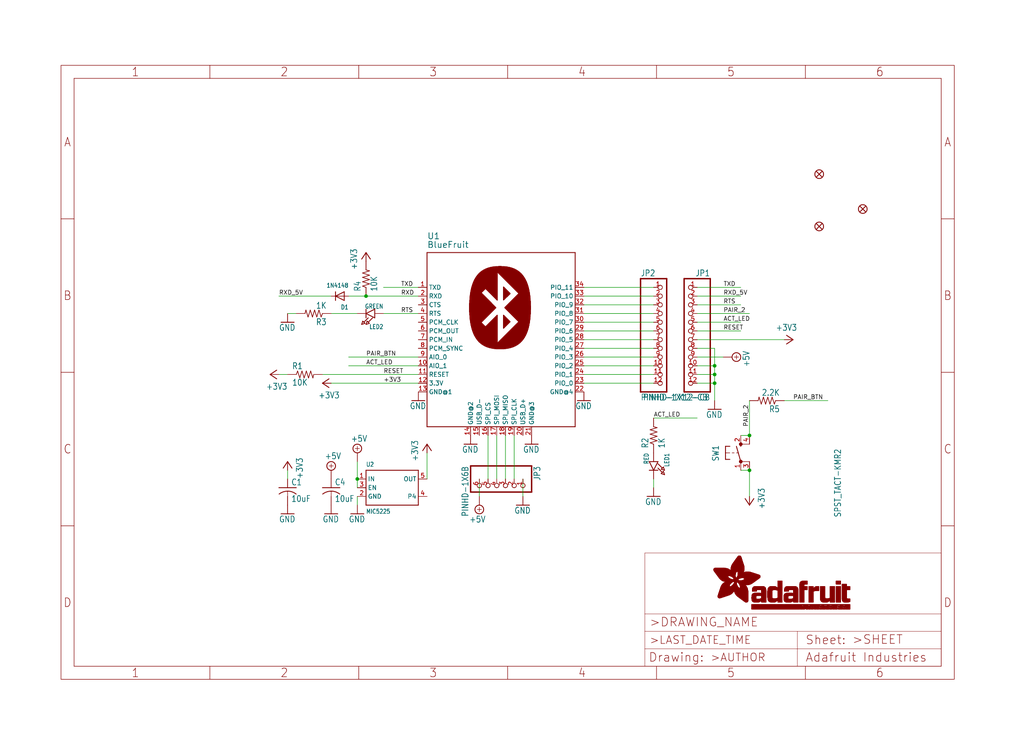
<source format=kicad_sch>
(kicad_sch (version 20211123) (generator eeschema)
  (paper "User" 298.45 217.881)
  (lib_symbols
    (symbol "eagleSchem-eagle-import:+3V3" (power)
      (property "Value" "+3V3" (at -2.54 -5.08 90))
      (symbol "+3V3_1_0"
        (pin power_in line (at 0 -2.54 90) (length 2.54) (name "+3V3") (number "1"))
      )
    )
    (symbol "eagleSchem-eagle-import:+5V" (power)
      (property "Value" "+5V" (at -1.905 3.175 0))
      (symbol "+5V_1_0"
        (pin power_in line (at 0 -2.54 90) (length 2.54) (name "+5V") (number "1"))
      )
    )
    (symbol "eagleSchem-eagle-import:BLUETOOTH_MODULE"
      (property "Reference" "U" (at -20.32 29.21 0))
      (property "Value" "BLUETOOTH_MODULE" (at -20.32 26.67 0))
      (symbol "BLUETOOTH_MODULE_1_0"
        (pin bidirectional line (at -22.86 15.24 0) (length 2.54) (name "TXD") (number "1"))
        (pin bidirectional line (at -22.86 -7.62 0) (length 2.54) (name "AIO_1") (number "10"))
        (pin bidirectional line (at -22.86 -10.16 0) (length 2.54) (name "RESET") (number "11"))
        (pin power_in line (at -22.86 -12.7 0) (length 2.54) (name "3.3V") (number "12"))
        (pin power_in line (at -22.86 -15.24 0) (length 2.54) (name "GND@1") (number "13"))
        (pin power_in line (at -7.62 -27.94 90) (length 2.54) (name "GND@2") (number "14"))
        (pin bidirectional line (at -5.08 -27.94 90) (length 2.54) (name "USB_D-") (number "15"))
        (pin bidirectional line (at -2.54 -27.94 90) (length 2.54) (name "SPI_CS") (number "16"))
        (pin bidirectional line (at 0 -27.94 90) (length 2.54) (name "SPI_MOSI") (number "17"))
        (pin bidirectional line (at 2.54 -27.94 90) (length 2.54) (name "SPI_MISO") (number "18"))
        (pin bidirectional line (at 5.08 -27.94 90) (length 2.54) (name "SPI_CLK") (number "19"))
        (pin bidirectional line (at -22.86 12.7 0) (length 2.54) (name "RXD") (number "2"))
        (pin bidirectional line (at 7.62 -27.94 90) (length 2.54) (name "USB_D+") (number "20"))
        (pin power_in line (at 10.16 -27.94 90) (length 2.54) (name "GND@3") (number "21"))
        (pin power_in line (at 25.4 -15.24 180) (length 2.54) (name "GND@4") (number "22"))
        (pin bidirectional line (at 25.4 -12.7 180) (length 2.54) (name "PIO_0") (number "23"))
        (pin bidirectional line (at 25.4 -10.16 180) (length 2.54) (name "PIO_1") (number "24"))
        (pin bidirectional line (at 25.4 -7.62 180) (length 2.54) (name "PIO_2") (number "25"))
        (pin bidirectional line (at 25.4 -5.08 180) (length 2.54) (name "PIO_3") (number "26"))
        (pin bidirectional line (at 25.4 -2.54 180) (length 2.54) (name "PIO_4") (number "27"))
        (pin bidirectional line (at 25.4 0 180) (length 2.54) (name "PIO_5") (number "28"))
        (pin bidirectional line (at 25.4 2.54 180) (length 2.54) (name "PIO_6") (number "29"))
        (pin bidirectional line (at -22.86 10.16 0) (length 2.54) (name "CTS") (number "3"))
        (pin bidirectional line (at 25.4 5.08 180) (length 2.54) (name "PIO_7") (number "30"))
        (pin bidirectional line (at 25.4 7.62 180) (length 2.54) (name "PIO_8") (number "31"))
        (pin bidirectional line (at 25.4 10.16 180) (length 2.54) (name "PIO_9") (number "32"))
        (pin bidirectional line (at 25.4 12.7 180) (length 2.54) (name "PIO_10") (number "33"))
        (pin bidirectional line (at 25.4 15.24 180) (length 2.54) (name "PIO_11") (number "34"))
        (pin bidirectional line (at -22.86 7.62 0) (length 2.54) (name "RTS") (number "4"))
        (pin bidirectional line (at -22.86 5.08 0) (length 2.54) (name "PCM_CLK") (number "5"))
        (pin bidirectional line (at -22.86 2.54 0) (length 2.54) (name "PCM_OUT") (number "6"))
        (pin bidirectional line (at -22.86 0 0) (length 2.54) (name "PCM_IN") (number "7"))
        (pin bidirectional line (at -22.86 -2.54 0) (length 2.54) (name "PCM_SYNC") (number "8"))
        (pin bidirectional line (at -22.86 -5.08 0) (length 2.54) (name "AIO_0") (number "9"))
      )
    )
    (symbol "eagleSchem-eagle-import:C-USC0805"
      (property "Reference" "C" (at 1.016 0.635 0))
      (property "Value" "C-USC0805" (at 1.016 -4.191 0))
      (symbol "C-USC0805_1_0"
        (pin passive line (at 0 2.54 270) (length 2.54) (name "1") (number "1"))
        (pin passive line (at 0 -5.08 90) (length 2.54) (name "2") (number "2"))
      )
    )
    (symbol "eagleSchem-eagle-import:DIODESOD-323"
      (property "Reference" "D" (at -2.54 2.54 0))
      (property "Value" "DIODESOD-323" (at -2.54 -3.81 0))
      (symbol "DIODESOD-323_1_0"
        (pin passive line (at -2.54 0 0) (length 2.54) (name "A") (number "A"))
        (pin passive line (at 2.54 0 180) (length 2.54) (name "C") (number "C"))
      )
    )
    (symbol "eagleSchem-eagle-import:FIDUCIAL{dblquote}{dblquote}")
    (symbol "eagleSchem-eagle-import:FRAME_A4_ADAFRUIT"
      (symbol "FRAME_A4_ADAFRUIT_0_0"
        (text "1" (at 21.6958 1.905 0) (effects (font (size 2.54 2.286))))
        (text "1" (at 21.6958 177.165 0) (effects (font (size 2.54 2.286))))
        (text "2" (at 65.0875 1.905 0) (effects (font (size 2.54 2.286))))
        (text "2" (at 65.0875 177.165 0) (effects (font (size 2.54 2.286))))
        (text "3" (at 108.4792 1.905 0) (effects (font (size 2.54 2.286))))
        (text "3" (at 108.4792 177.165 0) (effects (font (size 2.54 2.286))))
        (text "4" (at 151.8708 1.905 0) (effects (font (size 2.54 2.286))))
        (text "4" (at 151.8708 177.165 0) (effects (font (size 2.54 2.286))))
        (text "5" (at 195.2625 1.905 0) (effects (font (size 2.54 2.286))))
        (text "5" (at 195.2625 177.165 0) (effects (font (size 2.54 2.286))))
        (text "6" (at 238.6542 1.905 0) (effects (font (size 2.54 2.286))))
        (text "6" (at 238.6542 177.165 0) (effects (font (size 2.54 2.286))))
        (text "A" (at 1.905 156.6863 0) (effects (font (size 2.54 2.286))))
        (text "A" (at 258.445 156.6863 0) (effects (font (size 2.54 2.286))))
        (text "B" (at 1.905 111.9188 0) (effects (font (size 2.54 2.286))))
        (text "B" (at 258.445 111.9188 0) (effects (font (size 2.54 2.286))))
        (text "C" (at 1.905 67.1513 0) (effects (font (size 2.54 2.286))))
        (text "C" (at 258.445 67.1513 0) (effects (font (size 2.54 2.286))))
        (text "D" (at 1.905 22.3838 0) (effects (font (size 2.54 2.286))))
        (text "D" (at 258.445 22.3838 0) (effects (font (size 2.54 2.286))))
      )
      (symbol "FRAME_A4_ADAFRUIT_1_0"
        (text ">AUTHOR" (at 189.23 5.08 0) (effects (font (size 2.286 2.286)) (justify left bottom)))
        (text ">DRAWING_NAME" (at 171.45 15.24 0) (effects (font (size 2.54 2.54)) (justify left bottom)))
        (text ">LAST_DATE_TIME" (at 171.45 10.16 0) (effects (font (size 2.286 2.286)) (justify left bottom)))
        (text ">SHEET" (at 230.505 10.16 0) (effects (font (size 2.54 2.54)) (justify left bottom)))
        (text "Adafruit Industries" (at 216.916 4.953 0) (effects (font (size 2.54 2.54)) (justify left bottom)))
        (text "Drawing:" (at 171.196 4.953 0) (effects (font (size 2.54 2.54)) (justify left bottom)))
        (text "Sheet:" (at 216.916 10.033 0) (effects (font (size 2.54 2.54)) (justify left bottom)))
      )
    )
    (symbol "eagleSchem-eagle-import:GND" (power)
      (property "Value" "GND" (at -2.54 -2.54 0))
      (symbol "GND_1_0"
        (pin power_in line (at 0 2.54 270) (length 2.54) (name "GND") (number "1"))
      )
    )
    (symbol "eagleSchem-eagle-import:LED0805_NOOUTLINE"
      (property "Reference" "LED" (at -5.08 3.175 0))
      (property "Value" "LED0805_NOOUTLINE" (at -5.08 -2.794 0))
      (symbol "LED0805_NOOUTLINE_1_0"
        (pin passive line (at -5.08 0 0) (length 2.54) (name "A") (number "A"))
        (pin passive line (at 2.54 0 180) (length 2.54) (name "C") (number "C"))
      )
    )
    (symbol "eagleSchem-eagle-import:PINHD-1X12-CB"
      (property "Reference" "JP" (at -6.35 15.875 0))
      (property "Value" "PINHD-1X12-CB" (at -6.35 -20.32 0))
      (symbol "PINHD-1X12-CB_1_0"
        (pin passive inverted (at -2.54 12.7 0) (length 2.54) (name "1") (number "1"))
        (pin passive inverted (at -2.54 -10.16 0) (length 2.54) (name "10") (number "10"))
        (pin passive inverted (at -2.54 -12.7 0) (length 2.54) (name "11") (number "11"))
        (pin passive inverted (at -2.54 -15.24 0) (length 2.54) (name "12") (number "12"))
        (pin passive inverted (at -2.54 10.16 0) (length 2.54) (name "2") (number "2"))
        (pin passive inverted (at -2.54 7.62 0) (length 2.54) (name "3") (number "3"))
        (pin passive inverted (at -2.54 5.08 0) (length 2.54) (name "4") (number "4"))
        (pin passive inverted (at -2.54 2.54 0) (length 2.54) (name "5") (number "5"))
        (pin passive inverted (at -2.54 0 0) (length 2.54) (name "6") (number "6"))
        (pin passive inverted (at -2.54 -2.54 0) (length 2.54) (name "7") (number "7"))
        (pin passive inverted (at -2.54 -5.08 0) (length 2.54) (name "8") (number "8"))
        (pin passive inverted (at -2.54 -7.62 0) (length 2.54) (name "9") (number "9"))
      )
    )
    (symbol "eagleSchem-eagle-import:PINHD-1X6B"
      (property "Reference" "JP" (at -6.35 10.795 0))
      (property "Value" "PINHD-1X6B" (at -6.35 -10.16 0))
      (symbol "PINHD-1X6B_1_0"
        (pin passive inverted (at -2.54 7.62 0) (length 2.54) (name "1") (number "1"))
        (pin passive inverted (at -2.54 5.08 0) (length 2.54) (name "2") (number "2"))
        (pin passive inverted (at -2.54 2.54 0) (length 2.54) (name "3") (number "3"))
        (pin passive inverted (at -2.54 0 0) (length 2.54) (name "4") (number "4"))
        (pin passive inverted (at -2.54 -2.54 0) (length 2.54) (name "5") (number "5"))
        (pin passive inverted (at -2.54 -5.08 0) (length 2.54) (name "6") (number "6"))
      )
    )
    (symbol "eagleSchem-eagle-import:R-US_R0805"
      (property "Reference" "R" (at -3.81 1.4986 0))
      (property "Value" "R-US_R0805" (at -3.81 -3.302 0))
      (symbol "R-US_R0805_1_0"
        (pin passive line (at -5.08 0 0) (length 2.54) (name "1") (number "1"))
        (pin passive line (at 5.08 0 180) (length 2.54) (name "2") (number "2"))
      )
    )
    (symbol "eagleSchem-eagle-import:SPST_TACT-KMR2"
      (property "Reference" "SW" (at -6.35 -2.54 90))
      (property "Value" "SPST_TACT-KMR2" (at -3.81 3.175 90))
      (symbol "SPST_TACT-KMR2_1_0"
        (pin passive line (at 0 -5.08 90) (length 2.54) (name "P") (number "1"))
        (pin passive line (at 0 5.08 270) (length 2.54) (name "S") (number "2"))
        (pin passive line (at 2.54 -5.08 90) (length 2.54) (name "P1") (number "3"))
        (pin passive line (at 2.54 5.08 270) (length 2.54) (name "S1") (number "4"))
      )
    )
    (symbol "eagleSchem-eagle-import:VREG_SOT23-5"
      (property "Reference" "U" (at -7.62 6.096 0))
      (property "Value" "VREG_SOT23-5" (at -7.62 -7.62 0))
      (symbol "VREG_SOT23-5_1_0"
        (pin power_in line (at -10.16 2.54 0) (length 2.54) (name "IN") (number "1"))
        (pin power_in line (at -10.16 -2.54 0) (length 2.54) (name "GND") (number "2"))
        (pin input line (at -10.16 0 0) (length 2.54) (name "EN") (number "3"))
        (pin bidirectional line (at 10.16 -2.54 180) (length 2.54) (name "P4") (number "4"))
        (pin power_in line (at 10.16 2.54 180) (length 2.54) (name "OUT") (number "5"))
      )
    )
  )
  (junction (at 208.28 106.68))
  (junction (at 208.28 109.22))
  (junction (at 218.44 137.16))
  (junction (at 106.68 86.36))
  (junction (at 104.14 139.7))
  (junction (at 218.44 127))
  (junction (at 208.28 111.76))
  (wire (pts (xy 190.5 109.22) (xy 170.18 109.22)))
  (wire (pts (xy 104.14 139.7) (xy 104.14 142.24)))
  (wire (pts (xy 218.44 144.78) (xy 218.44 137.16)))
  (wire (pts (xy 190.5 88.9) (xy 170.18 88.9)))
  (wire (pts (xy 203.2 106.68) (xy 208.28 106.68)))
  (wire (pts (xy 190.5 104.14) (xy 170.18 104.14)))
  (wire (pts (xy 215.9 127) (xy 218.44 127)))
  (wire (pts (xy 96.52 86.36) (xy 81.28 86.36)))
  (wire (pts (xy 208.28 111.76) (xy 203.2 111.76)))
  (wire (pts (xy 190.5 142.24) (xy 190.5 139.7)))
  (wire (pts (xy 190.5 101.6) (xy 170.18 101.6)))
  (wire (pts (xy 149.86 139.7) (xy 149.86 127)))
  (wire (pts (xy 170.18 93.98) (xy 190.5 93.98)))
  (wire (pts (xy 190.5 99.06) (xy 170.18 99.06)))
  (wire (pts (xy 121.92 91.44) (xy 111.76 91.44)))
  (wire (pts (xy 144.78 139.7) (xy 144.78 127)))
  (wire (pts (xy 124.46 132.08) (xy 124.46 139.7)))
  (wire (pts (xy 147.32 139.7) (xy 147.32 127)))
  (wire (pts (xy 121.92 106.68) (xy 101.6 106.68)))
  (wire (pts (xy 208.28 106.68) (xy 208.28 109.22)))
  (wire (pts (xy 96.52 111.76) (xy 121.92 111.76)))
  (wire (pts (xy 190.5 121.92) (xy 203.2 121.92)))
  (wire (pts (xy 121.92 83.82) (xy 111.76 83.82)))
  (wire (pts (xy 203.2 86.36) (xy 215.9 86.36)))
  (wire (pts (xy 190.5 91.44) (xy 170.18 91.44)))
  (wire (pts (xy 203.2 88.9) (xy 215.9 88.9)))
  (wire (pts (xy 215.9 137.16) (xy 218.44 137.16)))
  (wire (pts (xy 190.5 86.36) (xy 170.18 86.36)))
  (wire (pts (xy 190.5 111.76) (xy 170.18 111.76)))
  (wire (pts (xy 208.28 109.22) (xy 208.28 111.76)))
  (wire (pts (xy 203.2 96.52) (xy 215.9 96.52)))
  (wire (pts (xy 152.4 144.78) (xy 152.4 139.7)))
  (wire (pts (xy 190.5 83.82) (xy 170.18 83.82)))
  (wire (pts (xy 190.5 106.68) (xy 170.18 106.68)))
  (wire (pts (xy 210.82 104.14) (xy 203.2 104.14)))
  (wire (pts (xy 203.2 83.82) (xy 215.9 83.82)))
  (wire (pts (xy 218.44 127) (xy 218.44 116.84)))
  (wire (pts (xy 142.24 127) (xy 142.24 139.7)))
  (wire (pts (xy 208.28 101.6) (xy 208.28 106.68)))
  (wire (pts (xy 121.92 109.22) (xy 93.98 109.22)))
  (wire (pts (xy 208.28 116.84) (xy 208.28 111.76)))
  (wire (pts (xy 83.82 137.16) (xy 83.82 139.7)))
  (wire (pts (xy 104.14 134.62) (xy 104.14 139.7)))
  (wire (pts (xy 121.92 104.14) (xy 101.6 104.14)))
  (wire (pts (xy 190.5 96.52) (xy 170.18 96.52)))
  (wire (pts (xy 203.2 101.6) (xy 208.28 101.6)))
  (wire (pts (xy 83.82 109.22) (xy 81.28 109.22)))
  (wire (pts (xy 203.2 93.98) (xy 215.9 93.98)))
  (wire (pts (xy 139.7 144.78) (xy 139.7 139.7)))
  (wire (pts (xy 104.14 91.44) (xy 96.52 91.44)))
  (wire (pts (xy 208.28 109.22) (xy 203.2 109.22)))
  (wire (pts (xy 121.92 86.36) (xy 106.68 86.36)))
  (wire (pts (xy 86.36 91.44) (xy 83.82 91.44)))
  (wire (pts (xy 228.6 116.84) (xy 241.3 116.84)))
  (wire (pts (xy 228.6 99.06) (xy 203.2 99.06)))
  (wire (pts (xy 104.14 147.32) (xy 104.14 144.78)))
  (wire (pts (xy 106.68 86.36) (xy 101.6 86.36)))
  (wire (pts (xy 203.2 91.44) (xy 218.44 91.44)))
  (label "RESET" (at 111.76 109.22 0) (effects (font (size 1.2446 1.2446))))
  (label "RXD_5V" (at 81.28 86.36 0) (effects (font (size 1.2446 1.2446))))
  (label "ACT_LED" (at 210.82 93.98 0) (effects (font (size 1.2446 1.2446))))
  (label "+3V3" (at 111.76 111.76 0) (effects (font (size 1.2446 1.2446))))
  (label "RESET" (at 210.82 96.52 0) (effects (font (size 1.2446 1.2446))))
  (label "RTS" (at 210.82 88.9 0) (effects (font (size 1.2446 1.2446))))
  (label "PAIR_BTN" (at 231.14 116.84 0) (effects (font (size 1.2446 1.2446))))
  (label "PAIR_2" (at 218.44 124.46 90) (effects (font (size 1.2446 1.2446))))
  (label "ACT_LED" (at 190.5 121.92 0) (effects (font (size 1.2446 1.2446))))
  (label "RTS" (at 116.84 91.44 0) (effects (font (size 1.2446 1.2446))))
  (label "PAIR_2" (at 210.82 91.44 0) (effects (font (size 1.2446 1.2446))))
  (label "ACT_LED" (at 106.68 106.68 0) (effects (font (size 1.2446 1.2446))))
  (label "TXD" (at 210.82 83.82 0) (effects (font (size 1.2446 1.2446))))
  (label "TXD" (at 116.84 83.82 0) (effects (font (size 1.2446 1.2446))))
  (label "PAIR_BTN" (at 106.68 104.14 0) (effects (font (size 1.2446 1.2446))))
  (label "RXD_5V" (at 210.82 86.36 0) (effects (font (size 1.2446 1.2446))))
  (label "RXD" (at 116.84 86.36 0) (effects (font (size 1.2446 1.2446))))
  (symbol (lib_id "eagleSchem-eagle-import:+3V3") (at 78.74 109.22 90) (unit 1)
    (property "Reference" "#+3V6" (effects hide))
    (property "Value" "+3V3" (at 83.82 111.76 90) (effects (font (size 1.778 1.5113)) (justify left bottom)))
    (property "Footprint" "eagleSchem:" (effects hide))
  )
  (symbol (lib_id "eagleSchem-eagle-import:GND") (at 96.52 149.86 0) (unit 1)
    (property "Reference" "#GND7" (effects hide))
    (property "Value" "GND" (at 93.98 152.4 0) (effects (font (size 1.778 1.5113)) (justify left bottom)))
    (property "Footprint" "eagleSchem:" (effects hide))
  )
  (symbol (lib_id "eagleSchem-eagle-import:+5V") (at 213.36 104.14 270) (unit 1)
    (property "Reference" "#SUPPLY4" (effects hide))
    (property "Value" "+5V" (at 216.535 102.235 0) (effects (font (size 1.778 1.5113)) (justify left bottom)))
    (property "Footprint" "eagleSchem:" (effects hide))
  )
  (symbol (lib_id "eagleSchem-eagle-import:+5V") (at 104.14 132.08 0) (unit 1)
    (property "Reference" "#SUPPLY2" (effects hide))
    (property "Value" "+5V" (at 102.235 128.905 0) (effects (font (size 1.778 1.5113)) (justify left bottom)))
    (property "Footprint" "eagleSchem:" (effects hide))
  )
  (symbol (lib_id "eagleSchem-eagle-import:DIODESOD-323") (at 99.06 86.36 180) (unit 1)
    (property "Reference" "D1" (at 101.6 88.9 0) (effects (font (size 1.27 1.0795)) (justify left bottom)))
    (property "Value" "1N4148" (at 101.6 82.55 0) (effects (font (size 1.27 1.0795)) (justify left bottom)))
    (property "Footprint" "eagleSchem:SOD-323" (effects hide))
  )
  (symbol (lib_id "eagleSchem-eagle-import:+5V") (at 96.52 137.16 0) (unit 1)
    (property "Reference" "#SUPPLY3" (effects hide))
    (property "Value" "+5V" (at 94.615 133.985 0) (effects (font (size 1.778 1.5113)) (justify left bottom)))
    (property "Footprint" "eagleSchem:" (effects hide))
  )
  (symbol (lib_id "eagleSchem-eagle-import:PINHD-1X6B") (at 144.78 142.24 270) (unit 1)
    (property "Reference" "JP3" (at 155.575 135.89 0) (effects (font (size 1.778 1.5113)) (justify left bottom)))
    (property "Value" "PINHD-1X6B" (at 134.62 135.89 0) (effects (font (size 1.778 1.5113)) (justify left bottom)))
    (property "Footprint" "eagleSchem:1X06-BIG" (effects hide))
  )
  (symbol (lib_id "eagleSchem-eagle-import:FRAME_A4_ADAFRUIT") (at 17.78 198.12 0) (unit 1)
    (property "Reference" "#U$1" (effects hide))
    (property "Value" "FRAME_A4_ADAFRUIT" (effects hide))
    (property "Footprint" "eagleSchem:" (effects hide))
  )
  (symbol (lib_id "eagleSchem-eagle-import:+3V3") (at 124.46 129.54 0) (unit 1)
    (property "Reference" "#+3V1" (effects hide))
    (property "Value" "+3V3" (at 121.92 134.62 90) (effects (font (size 1.778 1.5113)) (justify left bottom)))
    (property "Footprint" "eagleSchem:" (effects hide))
  )
  (symbol (lib_id "eagleSchem-eagle-import:LED0805_NOOUTLINE") (at 106.68 91.44 180) (unit 1)
    (property "Reference" "LED2" (at 111.76 94.615 0) (effects (font (size 1.27 1.0795)) (justify left bottom)))
    (property "Value" "GREEN" (at 111.76 88.646 0) (effects (font (size 1.27 1.0795)) (justify left bottom)))
    (property "Footprint" "eagleSchem:CHIPLED_0805_NOOUTLINE" (effects hide))
  )
  (symbol (lib_id "eagleSchem-eagle-import:GND") (at 190.5 144.78 0) (unit 1)
    (property "Reference" "#GND10" (effects hide))
    (property "Value" "GND" (at 187.96 147.32 0) (effects (font (size 1.778 1.5113)) (justify left bottom)))
    (property "Footprint" "eagleSchem:" (effects hide))
  )
  (symbol (lib_id "eagleSchem-eagle-import:GND") (at 83.82 93.98 0) (unit 1)
    (property "Reference" "#GND11" (effects hide))
    (property "Value" "GND" (at 81.28 96.52 0) (effects (font (size 1.778 1.5113)) (justify left bottom)))
    (property "Footprint" "eagleSchem:" (effects hide))
  )
  (symbol (lib_id "eagleSchem-eagle-import:GND") (at 154.94 129.54 0) (unit 1)
    (property "Reference" "#GND2" (effects hide))
    (property "Value" "GND" (at 152.4 132.08 0) (effects (font (size 1.778 1.5113)) (justify left bottom)))
    (property "Footprint" "eagleSchem:" (effects hide))
  )
  (symbol (lib_id "eagleSchem-eagle-import:+3V3") (at 93.98 111.76 90) (unit 1)
    (property "Reference" "#+3V3" (effects hide))
    (property "Value" "+3V3" (at 99.06 114.3 90) (effects (font (size 1.778 1.5113)) (justify left bottom)))
    (property "Footprint" "eagleSchem:" (effects hide))
  )
  (symbol (lib_id "eagleSchem-eagle-import:LED0805_NOOUTLINE") (at 190.5 137.16 270) (unit 1)
    (property "Reference" "LED1" (at 193.675 132.08 0) (effects (font (size 1.27 1.0795)) (justify left bottom)))
    (property "Value" "RED" (at 187.706 132.08 0) (effects (font (size 1.27 1.0795)) (justify left bottom)))
    (property "Footprint" "eagleSchem:CHIPLED_0805_NOOUTLINE" (effects hide))
  )
  (symbol (lib_id "eagleSchem-eagle-import:FIDUCIAL{dblquote}{dblquote}") (at 251.46 60.96 0) (unit 1)
    (property "Reference" "FID1" (effects hide))
    (property "Value" "FIDUCIAL{dblquote}{dblquote}" (effects hide))
    (property "Footprint" "eagleSchem:FIDUCIAL_1MM" (effects hide))
  )
  (symbol (lib_id "eagleSchem-eagle-import:R-US_R0805") (at 91.44 91.44 180) (unit 1)
    (property "Reference" "R3" (at 95.25 92.9386 0) (effects (font (size 1.778 1.5113)) (justify left bottom)))
    (property "Value" "1K" (at 95.25 88.138 0) (effects (font (size 1.778 1.5113)) (justify left bottom)))
    (property "Footprint" "eagleSchem:R0805" (effects hide))
  )
  (symbol (lib_id "eagleSchem-eagle-import:GND") (at 152.4 147.32 0) (unit 1)
    (property "Reference" "#GND5" (effects hide))
    (property "Value" "GND" (at 149.86 149.86 0) (effects (font (size 1.778 1.5113)) (justify left bottom)))
    (property "Footprint" "eagleSchem:" (effects hide))
  )
  (symbol (lib_id "eagleSchem-eagle-import:GND") (at 121.92 116.84 0) (unit 1)
    (property "Reference" "#GND4" (effects hide))
    (property "Value" "GND" (at 119.38 119.38 0) (effects (font (size 1.778 1.5113)) (justify left bottom)))
    (property "Footprint" "eagleSchem:" (effects hide))
  )
  (symbol (lib_id "eagleSchem-eagle-import:SPST_TACT-KMR2") (at 215.9 132.08 0) (unit 1)
    (property "Reference" "SW1" (at 209.55 134.62 90) (effects (font (size 1.778 1.5113)) (justify left bottom)))
    (property "Value" "SPST_TACT-KMR2" (at 243.205 130.81 90) (effects (font (size 1.778 1.5113)) (justify right top)))
    (property "Footprint" "eagleSchem:KMR2" (effects hide))
  )
  (symbol (lib_id "eagleSchem-eagle-import:VREG_SOT23-5") (at 114.3 142.24 0) (unit 1)
    (property "Reference" "U2" (at 106.68 136.144 0) (effects (font (size 1.27 1.0795)) (justify left bottom)))
    (property "Value" "MIC5225" (at 106.68 149.86 0) (effects (font (size 1.27 1.0795)) (justify left bottom)))
    (property "Footprint" "eagleSchem:SOT23-5" (effects hide))
  )
  (symbol (lib_id "eagleSchem-eagle-import:+3V3") (at 106.68 73.66 0) (unit 1)
    (property "Reference" "#+3V4" (effects hide))
    (property "Value" "+3V3" (at 104.14 78.74 90) (effects (font (size 1.778 1.5113)) (justify left bottom)))
    (property "Footprint" "eagleSchem:" (effects hide))
  )
  (symbol (lib_id "eagleSchem-eagle-import:R-US_R0805") (at 88.9 109.22 0) (unit 1)
    (property "Reference" "R1" (at 85.09 107.7214 0) (effects (font (size 1.778 1.5113)) (justify left bottom)))
    (property "Value" "10K" (at 85.09 112.522 0) (effects (font (size 1.778 1.5113)) (justify left bottom)))
    (property "Footprint" "eagleSchem:R0805" (effects hide))
  )
  (symbol (lib_id "eagleSchem-eagle-import:+3V3") (at 218.44 147.32 180) (unit 1)
    (property "Reference" "#+3V7" (effects hide))
    (property "Value" "+3V3" (at 220.98 142.24 90) (effects (font (size 1.778 1.5113)) (justify left bottom)))
    (property "Footprint" "eagleSchem:" (effects hide))
  )
  (symbol (lib_id "eagleSchem-eagle-import:FIDUCIAL{dblquote}{dblquote}") (at 238.76 66.04 0) (unit 1)
    (property "Reference" "FID3" (effects hide))
    (property "Value" "FIDUCIAL{dblquote}{dblquote}" (effects hide))
    (property "Footprint" "eagleSchem:FIDUCIAL_1MM" (effects hide))
  )
  (symbol (lib_id "eagleSchem-eagle-import:R-US_R0805") (at 106.68 81.28 90) (unit 1)
    (property "Reference" "R4" (at 105.1814 85.09 0) (effects (font (size 1.778 1.5113)) (justify left bottom)))
    (property "Value" "10K" (at 109.982 85.09 0) (effects (font (size 1.778 1.5113)) (justify left bottom)))
    (property "Footprint" "eagleSchem:R0805" (effects hide))
  )
  (symbol (lib_id "eagleSchem-eagle-import:GND") (at 208.28 119.38 0) (unit 1)
    (property "Reference" "#GND15" (effects hide))
    (property "Value" "GND" (at 205.74 121.92 0) (effects (font (size 1.778 1.5113)) (justify left bottom)))
    (property "Footprint" "eagleSchem:" (effects hide))
  )
  (symbol (lib_id "eagleSchem-eagle-import:+3V3") (at 83.82 134.62 0) (mirror y) (unit 1)
    (property "Reference" "#+3V2" (effects hide))
    (property "Value" "+3V3" (at 86.36 139.7 90) (effects (font (size 1.778 1.5113)) (justify left bottom)))
    (property "Footprint" "eagleSchem:" (effects hide))
  )
  (symbol (lib_id "eagleSchem-eagle-import:R-US_R0805") (at 190.5 127 90) (unit 1)
    (property "Reference" "R2" (at 189.0014 130.81 0) (effects (font (size 1.778 1.5113)) (justify left bottom)))
    (property "Value" "1K" (at 193.802 130.81 0) (effects (font (size 1.778 1.5113)) (justify left bottom)))
    (property "Footprint" "eagleSchem:R0805" (effects hide))
  )
  (symbol (lib_id "eagleSchem-eagle-import:GND") (at 170.18 116.84 0) (unit 1)
    (property "Reference" "#GND3" (effects hide))
    (property "Value" "GND" (at 167.64 119.38 0) (effects (font (size 1.778 1.5113)) (justify left bottom)))
    (property "Footprint" "eagleSchem:" (effects hide))
  )
  (symbol (lib_id "eagleSchem-eagle-import:C-USC0805") (at 83.82 142.24 0) (unit 1)
    (property "Reference" "C1" (at 84.836 141.605 0) (effects (font (size 1.778 1.5113)) (justify left bottom)))
    (property "Value" "10uF" (at 84.836 146.431 0) (effects (font (size 1.778 1.5113)) (justify left bottom)))
    (property "Footprint" "eagleSchem:C0805" (effects hide))
  )
  (symbol (lib_id "eagleSchem-eagle-import:GND") (at 104.14 149.86 0) (unit 1)
    (property "Reference" "#GND6" (effects hide))
    (property "Value" "GND" (at 101.6 152.4 0) (effects (font (size 1.778 1.5113)) (justify left bottom)))
    (property "Footprint" "eagleSchem:" (effects hide))
  )
  (symbol (lib_id "eagleSchem-eagle-import:FIDUCIAL{dblquote}{dblquote}") (at 238.76 50.8 0) (unit 1)
    (property "Reference" "FID2" (effects hide))
    (property "Value" "FIDUCIAL{dblquote}{dblquote}" (effects hide))
    (property "Footprint" "eagleSchem:FIDUCIAL_1MM" (effects hide))
  )
  (symbol (lib_id "eagleSchem-eagle-import:R-US_R0805") (at 223.52 116.84 180) (unit 1)
    (property "Reference" "R5" (at 227.33 118.3386 0) (effects (font (size 1.778 1.5113)) (justify left bottom)))
    (property "Value" "2.2K" (at 227.33 113.538 0) (effects (font (size 1.778 1.5113)) (justify left bottom)))
    (property "Footprint" "eagleSchem:R0805" (effects hide))
  )
  (symbol (lib_id "eagleSchem-eagle-import:BLUETOOTH_MODULE") (at 144.78 99.06 0) (unit 1)
    (property "Reference" "U1" (at 124.46 69.85 0) (effects (font (size 1.778 1.778)) (justify left bottom)))
    (property "Value" "BlueFruit" (at 124.46 72.39 0) (effects (font (size 1.778 1.778)) (justify left bottom)))
    (property "Footprint" "eagleSchem:BLUETOOTH_MODULE" (effects hide))
  )
  (symbol (lib_id "eagleSchem-eagle-import:C-USC0805") (at 96.52 142.24 0) (unit 1)
    (property "Reference" "C4" (at 97.536 141.605 0) (effects (font (size 1.778 1.5113)) (justify left bottom)))
    (property "Value" "10uF" (at 97.536 146.431 0) (effects (font (size 1.778 1.5113)) (justify left bottom)))
    (property "Footprint" "eagleSchem:C0805" (effects hide))
  )
  (symbol (lib_id "eagleSchem-eagle-import:GND") (at 83.82 149.86 0) (unit 1)
    (property "Reference" "#GND8" (effects hide))
    (property "Value" "GND" (at 81.28 152.4 0) (effects (font (size 1.778 1.5113)) (justify left bottom)))
    (property "Footprint" "eagleSchem:" (effects hide))
  )
  (symbol (lib_id "eagleSchem-eagle-import:PINHD-1X12-CB") (at 193.04 96.52 0) (unit 1)
    (property "Reference" "JP2" (at 186.69 80.645 0) (effects (font (size 1.778 1.5113)) (justify left bottom)))
    (property "Value" "PINHD-1X12-CB" (at 186.69 116.84 0) (effects (font (size 1.778 1.5113)) (justify left bottom)))
    (property "Footprint" "eagleSchem:1X12-CB" (effects hide))
  )
  (symbol (lib_id "eagleSchem-eagle-import:PINHD-1X12-CB") (at 200.66 96.52 0) (mirror y) (unit 1)
    (property "Reference" "JP1" (at 207.01 80.645 0) (effects (font (size 1.778 1.5113)) (justify left bottom)))
    (property "Value" "PINHD-1X12-CB" (at 207.01 116.84 0) (effects (font (size 1.778 1.5113)) (justify left bottom)))
    (property "Footprint" "eagleSchem:1X12-CB" (effects hide))
  )
  (symbol (lib_id "eagleSchem-eagle-import:+3V3") (at 231.14 99.06 270) (unit 1)
    (property "Reference" "#+3V5" (effects hide))
    (property "Value" "+3V3" (at 226.06 96.52 90) (effects (font (size 1.778 1.5113)) (justify left bottom)))
    (property "Footprint" "eagleSchem:" (effects hide))
  )
  (symbol (lib_id "eagleSchem-eagle-import:GND") (at 137.16 129.54 0) (unit 1)
    (property "Reference" "#GND1" (effects hide))
    (property "Value" "GND" (at 134.62 132.08 0) (effects (font (size 1.778 1.5113)) (justify left bottom)))
    (property "Footprint" "eagleSchem:" (effects hide))
  )
  (symbol (lib_id "eagleSchem-eagle-import:+5V") (at 139.7 147.32 180) (unit 1)
    (property "Reference" "#SUPPLY1" (effects hide))
    (property "Value" "+5V" (at 141.605 150.495 0) (effects (font (size 1.778 1.5113)) (justify left bottom)))
    (property "Footprint" "eagleSchem:" (effects hide))
  )
)
</source>
